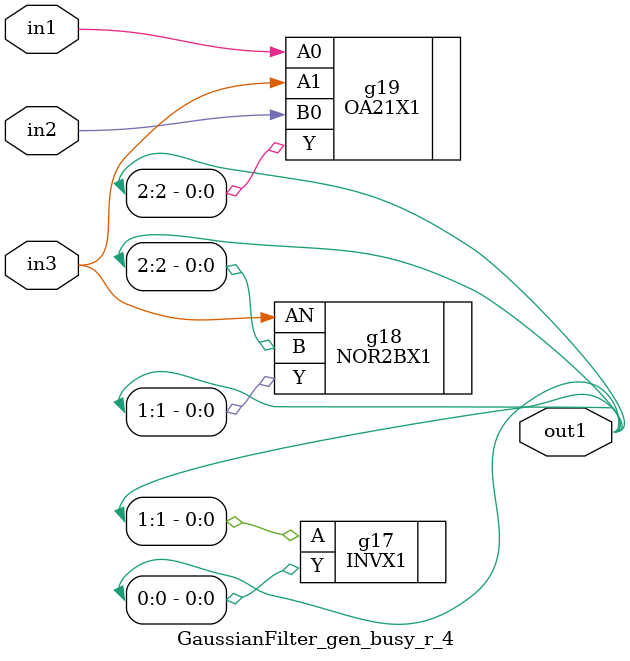
<source format=v>
`timescale 1ps / 1ps


module GaussianFilter_gen_busy_r_4(in1, in2, in3, out1);
  input in1, in2, in3;
  output [2:0] out1;
  wire in1, in2, in3;
  wire [2:0] out1;
  INVX1 g17(.A (out1[1]), .Y (out1[0]));
  NOR2BX1 g18(.AN (in3), .B (out1[2]), .Y (out1[1]));
  OA21X1 g19(.A0 (in1), .A1 (in3), .B0 (in2), .Y (out1[2]));
endmodule



</source>
